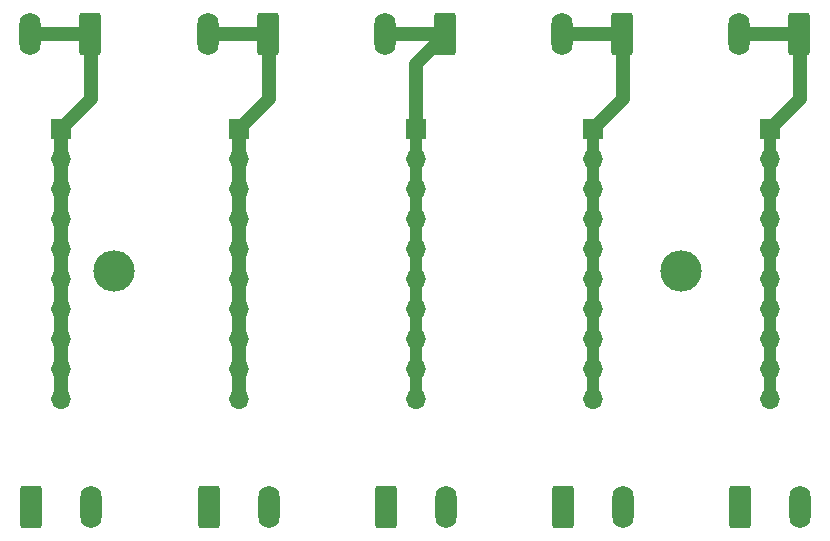
<source format=gbr>
%TF.GenerationSoftware,KiCad,Pcbnew,(6.0.6)*%
%TF.CreationDate,2022-07-16T01:52:01+05:30*%
%TF.ProjectId,berg-wire-jumper-extender,62657267-2d77-4697-9265-2d6a756d7065,rev?*%
%TF.SameCoordinates,Original*%
%TF.FileFunction,Copper,L1,Top*%
%TF.FilePolarity,Positive*%
%FSLAX46Y46*%
G04 Gerber Fmt 4.6, Leading zero omitted, Abs format (unit mm)*
G04 Created by KiCad (PCBNEW (6.0.6)) date 2022-07-16 01:52:01*
%MOMM*%
%LPD*%
G01*
G04 APERTURE LIST*
G04 Aperture macros list*
%AMRoundRect*
0 Rectangle with rounded corners*
0 $1 Rounding radius*
0 $2 $3 $4 $5 $6 $7 $8 $9 X,Y pos of 4 corners*
0 Add a 4 corners polygon primitive as box body*
4,1,4,$2,$3,$4,$5,$6,$7,$8,$9,$2,$3,0*
0 Add four circle primitives for the rounded corners*
1,1,$1+$1,$2,$3*
1,1,$1+$1,$4,$5*
1,1,$1+$1,$6,$7*
1,1,$1+$1,$8,$9*
0 Add four rect primitives between the rounded corners*
20,1,$1+$1,$2,$3,$4,$5,0*
20,1,$1+$1,$4,$5,$6,$7,0*
20,1,$1+$1,$6,$7,$8,$9,0*
20,1,$1+$1,$8,$9,$2,$3,0*%
G04 Aperture macros list end*
%TA.AperFunction,ComponentPad*%
%ADD10RoundRect,0.250000X-0.650000X-1.550000X0.650000X-1.550000X0.650000X1.550000X-0.650000X1.550000X0*%
%TD*%
%TA.AperFunction,ComponentPad*%
%ADD11O,1.800000X3.600000*%
%TD*%
%TA.AperFunction,ComponentPad*%
%ADD12R,1.700000X1.700000*%
%TD*%
%TA.AperFunction,ComponentPad*%
%ADD13O,1.700000X1.700000*%
%TD*%
%TA.AperFunction,ComponentPad*%
%ADD14RoundRect,0.250000X0.650000X1.550000X-0.650000X1.550000X-0.650000X-1.550000X0.650000X-1.550000X0*%
%TD*%
%TA.AperFunction,WasherPad*%
%ADD15O,3.500000X3.500000*%
%TD*%
%TA.AperFunction,Conductor*%
%ADD16C,1.200000*%
%TD*%
%TA.AperFunction,Conductor*%
%ADD17C,1.000000*%
%TD*%
G04 APERTURE END LIST*
D10*
%TO.P,J14,1,Pin_1*%
%TO.N,Net-(J13-Pad1)*%
X160000000Y-100000000D03*
D11*
%TO.P,J14,2,Pin_2*%
X165080000Y-100000000D03*
%TD*%
D12*
%TO.P,J10,1,Pin_1*%
%TO.N,Net-(J10-Pad1)*%
X147540000Y-68000000D03*
D13*
%TO.P,J10,2,Pin_2*%
X147540000Y-70540000D03*
%TO.P,J10,3,Pin_3*%
X147540000Y-73080000D03*
%TO.P,J10,4,Pin_4*%
X147540000Y-75620000D03*
%TO.P,J10,5,Pin_5*%
X147540000Y-78160000D03*
%TO.P,J10,6,Pin_6*%
X147540000Y-80700000D03*
%TO.P,J10,7,Pin_7*%
X147540000Y-83240000D03*
%TO.P,J10,8,Pin_8*%
X147540000Y-85780000D03*
%TO.P,J10,9,Pin_9*%
X147540000Y-88320000D03*
%TO.P,J10,10,Pin_10*%
X147540000Y-90860000D03*
%TD*%
D12*
%TO.P,J7,1,Pin_1*%
%TO.N,Net-(J7-Pad1)*%
X132540000Y-68000000D03*
D13*
%TO.P,J7,2,Pin_2*%
X132540000Y-70540000D03*
%TO.P,J7,3,Pin_3*%
X132540000Y-73080000D03*
%TO.P,J7,4,Pin_4*%
X132540000Y-75620000D03*
%TO.P,J7,5,Pin_5*%
X132540000Y-78160000D03*
%TO.P,J7,6,Pin_6*%
X132540000Y-80700000D03*
%TO.P,J7,7,Pin_7*%
X132540000Y-83240000D03*
%TO.P,J7,8,Pin_8*%
X132540000Y-85780000D03*
%TO.P,J7,9,Pin_9*%
X132540000Y-88320000D03*
%TO.P,J7,10,Pin_10*%
X132540000Y-90860000D03*
%TD*%
D12*
%TO.P,J8,1,Pin_1*%
%TO.N,Net-(J4-Pad1)*%
X117540000Y-68000000D03*
D13*
%TO.P,J8,2,Pin_2*%
X117540000Y-70540000D03*
%TO.P,J8,3,Pin_3*%
X117540000Y-73080000D03*
%TO.P,J8,4,Pin_4*%
X117540000Y-75620000D03*
%TO.P,J8,5,Pin_5*%
X117540000Y-78160000D03*
%TO.P,J8,6,Pin_6*%
X117540000Y-80700000D03*
%TO.P,J8,7,Pin_7*%
X117540000Y-83240000D03*
%TO.P,J8,8,Pin_8*%
X117540000Y-85780000D03*
%TO.P,J8,9,Pin_9*%
X117540000Y-88320000D03*
%TO.P,J8,10,Pin_10*%
X117540000Y-90860000D03*
%TD*%
D14*
%TO.P,J1,1,Pin_1*%
%TO.N,Net-(J1-Pad1)*%
X105000000Y-60000000D03*
D11*
%TO.P,J1,2,Pin_2*%
X99920000Y-60000000D03*
%TD*%
D10*
%TO.P,J13,1,Pin_1*%
%TO.N,Net-(J4-Pad1)*%
X115000000Y-100000000D03*
D11*
%TO.P,J13,2,Pin_2*%
X120080000Y-100000000D03*
%TD*%
D10*
%TO.P,J11,1,Pin_1*%
%TO.N,Net-(J1-Pad1)*%
X100000000Y-100000000D03*
D11*
%TO.P,J11,2,Pin_2*%
X105080000Y-100000000D03*
%TD*%
D12*
%TO.P,J9,1,Pin_1*%
%TO.N,Net-(J13-Pad1)*%
X162540000Y-68000000D03*
D13*
%TO.P,J9,2,Pin_2*%
X162540000Y-70540000D03*
%TO.P,J9,3,Pin_3*%
X162540000Y-73080000D03*
%TO.P,J9,4,Pin_4*%
X162540000Y-75620000D03*
%TO.P,J9,5,Pin_5*%
X162540000Y-78160000D03*
%TO.P,J9,6,Pin_6*%
X162540000Y-80700000D03*
%TO.P,J9,7,Pin_7*%
X162540000Y-83240000D03*
%TO.P,J9,8,Pin_8*%
X162540000Y-85780000D03*
%TO.P,J9,9,Pin_9*%
X162540000Y-88320000D03*
%TO.P,J9,10,Pin_10*%
X162540000Y-90860000D03*
%TD*%
D15*
%TO.P,,*%
%TO.N,*%
X155000000Y-80000000D03*
%TD*%
D14*
%TO.P,J3,1,Pin_1*%
%TO.N,Net-(J4-Pad1)*%
X120000000Y-60000000D03*
D11*
%TO.P,J3,2,Pin_2*%
X114920000Y-60000000D03*
%TD*%
D14*
%TO.P,J5,1,Pin_1*%
%TO.N,Net-(J10-Pad1)*%
X150000000Y-60000000D03*
D11*
%TO.P,J5,2,Pin_2*%
X144920000Y-60000000D03*
%TD*%
D14*
%TO.P,J2,1,Pin_1*%
%TO.N,Net-(J7-Pad1)*%
X135000000Y-60000000D03*
D11*
%TO.P,J2,2,Pin_2*%
X129920000Y-60000000D03*
%TD*%
D15*
%TO.P,,*%
%TO.N,*%
X107000000Y-80000000D03*
%TD*%
D14*
%TO.P,J4,1,Pin_1*%
%TO.N,Net-(J13-Pad1)*%
X165000000Y-60000000D03*
D11*
%TO.P,J4,2,Pin_2*%
X159920000Y-60000000D03*
%TD*%
D10*
%TO.P,J15,1,Pin_1*%
%TO.N,Net-(J10-Pad1)*%
X145000000Y-100000000D03*
D11*
%TO.P,J15,2,Pin_2*%
X150080000Y-100000000D03*
%TD*%
D12*
%TO.P,J6,1,Pin_1*%
%TO.N,Net-(J1-Pad1)*%
X102540000Y-68000000D03*
D13*
%TO.P,J6,2,Pin_2*%
X102540000Y-70540000D03*
%TO.P,J6,3,Pin_3*%
X102540000Y-73080000D03*
%TO.P,J6,4,Pin_4*%
X102540000Y-75620000D03*
%TO.P,J6,5,Pin_5*%
X102540000Y-78160000D03*
%TO.P,J6,6,Pin_6*%
X102540000Y-80700000D03*
%TO.P,J6,7,Pin_7*%
X102540000Y-83240000D03*
%TO.P,J6,8,Pin_8*%
X102540000Y-85780000D03*
%TO.P,J6,9,Pin_9*%
X102540000Y-88320000D03*
%TO.P,J6,10,Pin_10*%
X102540000Y-90860000D03*
%TD*%
D10*
%TO.P,J12,1,Pin_1*%
%TO.N,Net-(J7-Pad1)*%
X130000000Y-100000000D03*
D11*
%TO.P,J12,2,Pin_2*%
X135080000Y-100000000D03*
%TD*%
D16*
%TO.N,Net-(J1-Pad1)*%
X105080000Y-65460000D02*
X102540000Y-68000000D01*
X105080000Y-60000000D02*
X100000000Y-60000000D01*
X102540000Y-68000000D02*
X102540000Y-90860000D01*
X105080000Y-60000000D02*
X105080000Y-65460000D01*
X102540000Y-68000000D02*
X102540000Y-90500000D01*
%TO.N,Net-(J4-Pad1)*%
X120080000Y-65460000D02*
X117540000Y-68000000D01*
X120080000Y-60000000D02*
X115000000Y-60000000D01*
X120080000Y-60000000D02*
X120080000Y-65460000D01*
X117540000Y-68000000D02*
X117540000Y-90860000D01*
%TO.N,Net-(J7-Pad1)*%
X135080000Y-60000000D02*
X132540000Y-62540000D01*
X135080000Y-60000000D02*
X130000000Y-60000000D01*
X132540000Y-62540000D02*
X132540000Y-68000000D01*
D17*
X132540000Y-68000000D02*
X132540000Y-90860000D01*
%TO.N,Net-(J10-Pad1)*%
X147540000Y-68000000D02*
X147540000Y-90860000D01*
D16*
X145000000Y-60000000D02*
X150080000Y-60000000D01*
X150080000Y-60000000D02*
X150080000Y-65460000D01*
X150080000Y-65460000D02*
X147540000Y-68000000D01*
%TO.N,Net-(J13-Pad1)*%
X160000000Y-60000000D02*
X165080000Y-60000000D01*
X165080000Y-65460000D02*
X162540000Y-68000000D01*
D17*
X162540000Y-68000000D02*
X162540000Y-90860000D01*
D16*
X165080000Y-60000000D02*
X165080000Y-65460000D01*
%TD*%
M02*

</source>
